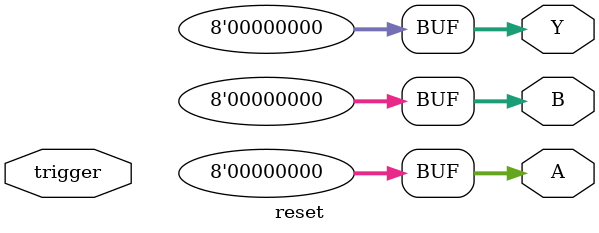
<source format=v>
module reset(
   output reg [7:0] A,
   output reg [7:0] B,
   output reg [7:0] Y,
   input trigger
);

   always @(trigger) begin
      A <= 0;
      B <= 0;
      Y <= 0;
   end

endmodule

</source>
